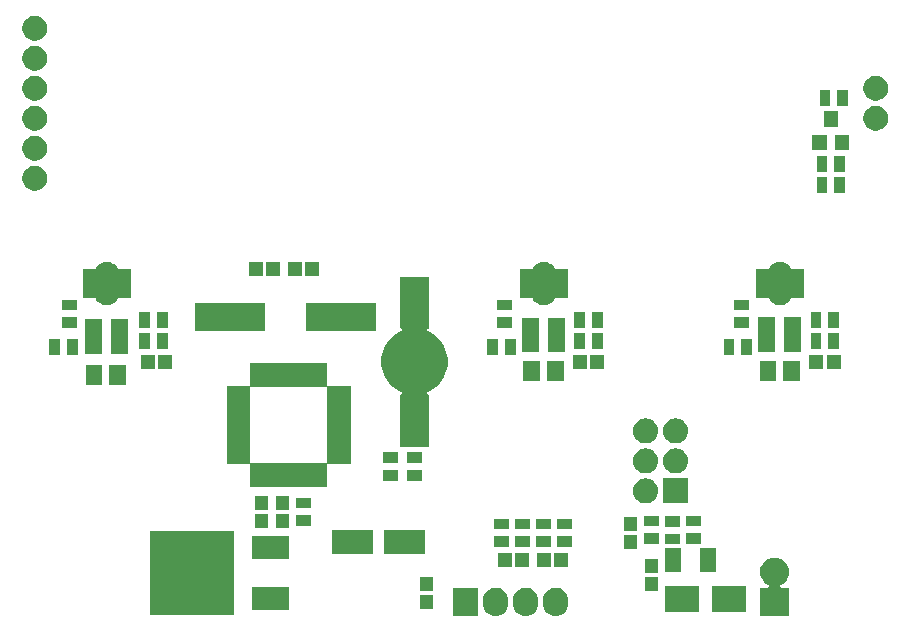
<source format=gts>
G04 #@! TF.GenerationSoftware,KiCad,Pcbnew,(6.0.0-rc1-dev-199-g6b039bc99)*
G04 #@! TF.CreationDate,2018-12-03T23:01:25+01:00*
G04 #@! TF.ProjectId,Ali-FM,416C692D464D2E6B696361645F706362,rev?*
G04 #@! TF.SameCoordinates,Original*
G04 #@! TF.FileFunction,Soldermask,Top*
G04 #@! TF.FilePolarity,Negative*
%FSLAX46Y46*%
G04 Gerber Fmt 4.6, Leading zero omitted, Abs format (unit mm)*
G04 Created by KiCad (PCBNEW (6.0.0-rc1-dev-199-g6b039bc99)) date Mon Dec  3 23:01:25 2018*
%MOMM*%
%LPD*%
G01*
G04 APERTURE LIST*
%ADD10C,0.100000*%
G04 APERTURE END LIST*
D10*
G36*
X47706502Y3740611D02*
X47906990Y3679793D01*
X48091759Y3581033D01*
X48091762Y3581031D01*
X48091763Y3581030D01*
X48253718Y3448118D01*
X48253719Y3448116D01*
X48253721Y3448115D01*
X48386631Y3286164D01*
X48485393Y3101391D01*
X48546211Y2900903D01*
X48561600Y2744651D01*
X48561600Y2335350D01*
X48546211Y2179098D01*
X48485393Y1978610D01*
X48386633Y1793841D01*
X48386631Y1793838D01*
X48386630Y1793837D01*
X48253718Y1631882D01*
X48253716Y1631881D01*
X48253715Y1631879D01*
X48091764Y1498969D01*
X47906991Y1400207D01*
X47706503Y1339389D01*
X47498000Y1318854D01*
X47289498Y1339389D01*
X47089010Y1400207D01*
X46904237Y1498969D01*
X46742283Y1631882D01*
X46609372Y1793835D01*
X46609370Y1793837D01*
X46510607Y1978609D01*
X46491289Y2042292D01*
X46449789Y2179097D01*
X46434400Y2335349D01*
X46434400Y2744650D01*
X46449789Y2900902D01*
X46510607Y3101390D01*
X46609367Y3286159D01*
X46742280Y3448115D01*
X46742282Y3448118D01*
X46742284Y3448119D01*
X46742285Y3448121D01*
X46904236Y3581031D01*
X47089009Y3679793D01*
X47289497Y3740611D01*
X47498000Y3761146D01*
X47706502Y3740611D01*
X47706502Y3740611D01*
G37*
G36*
X45166502Y3740611D02*
X45366990Y3679793D01*
X45551759Y3581033D01*
X45551762Y3581031D01*
X45551763Y3581030D01*
X45713718Y3448118D01*
X45713719Y3448116D01*
X45713721Y3448115D01*
X45846631Y3286164D01*
X45945393Y3101391D01*
X46006211Y2900903D01*
X46021600Y2744651D01*
X46021600Y2335350D01*
X46006211Y2179098D01*
X45945393Y1978610D01*
X45846633Y1793841D01*
X45846631Y1793838D01*
X45846630Y1793837D01*
X45713718Y1631882D01*
X45713716Y1631881D01*
X45713715Y1631879D01*
X45551764Y1498969D01*
X45366991Y1400207D01*
X45166503Y1339389D01*
X44958000Y1318854D01*
X44749498Y1339389D01*
X44549010Y1400207D01*
X44364237Y1498969D01*
X44202283Y1631882D01*
X44069372Y1793835D01*
X44069370Y1793837D01*
X43970607Y1978609D01*
X43951289Y2042292D01*
X43909789Y2179097D01*
X43894400Y2335349D01*
X43894400Y2744650D01*
X43909789Y2900902D01*
X43970607Y3101390D01*
X44069367Y3286159D01*
X44202280Y3448115D01*
X44202282Y3448118D01*
X44202284Y3448119D01*
X44202285Y3448121D01*
X44364236Y3581031D01*
X44549009Y3679793D01*
X44749497Y3740611D01*
X44958000Y3761146D01*
X45166502Y3740611D01*
X45166502Y3740611D01*
G37*
G36*
X42626502Y3740611D02*
X42826990Y3679793D01*
X43011759Y3581033D01*
X43011762Y3581031D01*
X43011763Y3581030D01*
X43173718Y3448118D01*
X43173719Y3448116D01*
X43173721Y3448115D01*
X43306631Y3286164D01*
X43405393Y3101391D01*
X43466211Y2900903D01*
X43481600Y2744651D01*
X43481600Y2335350D01*
X43466211Y2179098D01*
X43405393Y1978610D01*
X43306633Y1793841D01*
X43306631Y1793838D01*
X43306630Y1793837D01*
X43173718Y1631882D01*
X43173716Y1631881D01*
X43173715Y1631879D01*
X43011764Y1498969D01*
X42826991Y1400207D01*
X42626503Y1339389D01*
X42418000Y1318854D01*
X42209498Y1339389D01*
X42009010Y1400207D01*
X41824237Y1498969D01*
X41662283Y1631882D01*
X41529372Y1793835D01*
X41529370Y1793837D01*
X41430607Y1978609D01*
X41411289Y2042292D01*
X41369789Y2179097D01*
X41354400Y2335349D01*
X41354400Y2744650D01*
X41369789Y2900902D01*
X41430607Y3101390D01*
X41529367Y3286159D01*
X41662280Y3448115D01*
X41662282Y3448118D01*
X41662284Y3448119D01*
X41662285Y3448121D01*
X41824236Y3581031D01*
X42009009Y3679793D01*
X42209497Y3740611D01*
X42418000Y3761146D01*
X42626502Y3740611D01*
X42626502Y3740611D01*
G37*
G36*
X40941600Y1324000D02*
X38814400Y1324000D01*
X38814400Y3756000D01*
X40941600Y3756000D01*
X40941600Y1324000D01*
X40941600Y1324000D01*
G37*
G36*
X66159281Y6290135D02*
X66278378Y6278405D01*
X66431189Y6232050D01*
X66507595Y6208873D01*
X66564052Y6178696D01*
X66718842Y6095959D01*
X66904002Y5944002D01*
X67055959Y5758842D01*
X67138696Y5604052D01*
X67168873Y5547595D01*
X67168873Y5547594D01*
X67238405Y5318378D01*
X67261883Y5080000D01*
X67238405Y4841622D01*
X67192050Y4688811D01*
X67168873Y4612405D01*
X67138696Y4555948D01*
X67055959Y4401158D01*
X66904002Y4215998D01*
X66718842Y4064041D01*
X66582640Y3991240D01*
X66562266Y3977626D01*
X66544939Y3960299D01*
X66531325Y3939924D01*
X66521947Y3917285D01*
X66517167Y3893252D01*
X66517167Y3868748D01*
X66521948Y3844714D01*
X66531325Y3822075D01*
X66544939Y3801701D01*
X66562266Y3784374D01*
X66582641Y3770760D01*
X66605280Y3761382D01*
X66641565Y3756000D01*
X67256000Y3756000D01*
X67256000Y1324000D01*
X64824000Y1324000D01*
X64824000Y3756000D01*
X65438435Y3756000D01*
X65462821Y3758402D01*
X65486270Y3765515D01*
X65507881Y3777066D01*
X65526823Y3792612D01*
X65542369Y3811554D01*
X65553920Y3833165D01*
X65561033Y3856614D01*
X65563435Y3881000D01*
X65561033Y3905386D01*
X65553920Y3928835D01*
X65542369Y3950446D01*
X65526823Y3969388D01*
X65497360Y3991240D01*
X65361158Y4064041D01*
X65175998Y4215998D01*
X65024041Y4401158D01*
X64941304Y4555948D01*
X64911127Y4612405D01*
X64887950Y4688811D01*
X64841595Y4841622D01*
X64818117Y5080000D01*
X64841595Y5318378D01*
X64911127Y5547594D01*
X64911127Y5547595D01*
X64941304Y5604052D01*
X65024041Y5758842D01*
X65175998Y5944002D01*
X65361158Y6095959D01*
X65515948Y6178696D01*
X65572405Y6208873D01*
X65648811Y6232050D01*
X65801622Y6278405D01*
X65920719Y6290135D01*
X65980267Y6296000D01*
X66099733Y6296000D01*
X66159281Y6290135D01*
X66159281Y6290135D01*
G37*
G36*
X20280000Y1433800D02*
X13150000Y1433800D01*
X13150000Y8573800D01*
X20280000Y8573800D01*
X20280000Y1433800D01*
X20280000Y1433800D01*
G37*
G36*
X59648700Y1693570D02*
X56749340Y1693570D01*
X56749340Y3894430D01*
X59648700Y3894430D01*
X59648700Y1693570D01*
X59648700Y1693570D01*
G37*
G36*
X63646660Y1693570D02*
X60747300Y1693570D01*
X60747300Y3894430D01*
X63646660Y3894430D01*
X63646660Y1693570D01*
X63646660Y1693570D01*
G37*
G36*
X24940000Y1848800D02*
X21760000Y1848800D01*
X21760000Y3798800D01*
X24940000Y3798800D01*
X24940000Y1848800D01*
X24940000Y1848800D01*
G37*
G36*
X37151000Y1952000D02*
X36001000Y1952000D01*
X36001000Y3152000D01*
X37151000Y3152000D01*
X37151000Y1952000D01*
X37151000Y1952000D01*
G37*
G36*
X37151000Y3452000D02*
X36001000Y3452000D01*
X36001000Y4652000D01*
X37151000Y4652000D01*
X37151000Y3452000D01*
X37151000Y3452000D01*
G37*
G36*
X56201000Y3476000D02*
X55051000Y3476000D01*
X55051000Y4676000D01*
X56201000Y4676000D01*
X56201000Y3476000D01*
X56201000Y3476000D01*
G37*
G36*
X56201000Y4976000D02*
X55051000Y4976000D01*
X55051000Y6176000D01*
X56201000Y6176000D01*
X56201000Y4976000D01*
X56201000Y4976000D01*
G37*
G36*
X61128000Y5096000D02*
X59728000Y5096000D01*
X59728000Y7096000D01*
X61128000Y7096000D01*
X61128000Y5096000D01*
X61128000Y5096000D01*
G37*
G36*
X58128000Y5096000D02*
X56728000Y5096000D01*
X56728000Y7096000D01*
X58128000Y7096000D01*
X58128000Y5096000D01*
X58128000Y5096000D01*
G37*
G36*
X48594000Y5521000D02*
X47394000Y5521000D01*
X47394000Y6671000D01*
X48594000Y6671000D01*
X48594000Y5521000D01*
X48594000Y5521000D01*
G37*
G36*
X47094000Y5521000D02*
X45894000Y5521000D01*
X45894000Y6671000D01*
X47094000Y6671000D01*
X47094000Y5521000D01*
X47094000Y5521000D01*
G37*
G36*
X45292000Y5521000D02*
X44092000Y5521000D01*
X44092000Y6671000D01*
X45292000Y6671000D01*
X45292000Y5521000D01*
X45292000Y5521000D01*
G37*
G36*
X43792000Y5521000D02*
X42592000Y5521000D01*
X42592000Y6671000D01*
X43792000Y6671000D01*
X43792000Y5521000D01*
X43792000Y5521000D01*
G37*
G36*
X24940000Y6208800D02*
X21760000Y6208800D01*
X21760000Y8158800D01*
X24940000Y8158800D01*
X24940000Y6208800D01*
X24940000Y6208800D01*
G37*
G36*
X36412000Y6620000D02*
X33012000Y6620000D01*
X33012000Y8620000D01*
X36412000Y8620000D01*
X36412000Y6620000D01*
X36412000Y6620000D01*
G37*
G36*
X32012000Y6620000D02*
X28612000Y6620000D01*
X28612000Y8620000D01*
X32012000Y8620000D01*
X32012000Y6620000D01*
X32012000Y6620000D01*
G37*
G36*
X54423000Y7032000D02*
X53273000Y7032000D01*
X53273000Y8232000D01*
X54423000Y8232000D01*
X54423000Y7032000D01*
X54423000Y7032000D01*
G37*
G36*
X45354000Y7182000D02*
X44054000Y7182000D01*
X44054000Y8082000D01*
X45354000Y8082000D01*
X45354000Y7182000D01*
X45354000Y7182000D01*
G37*
G36*
X47132000Y7182000D02*
X45832000Y7182000D01*
X45832000Y8082000D01*
X47132000Y8082000D01*
X47132000Y7182000D01*
X47132000Y7182000D01*
G37*
G36*
X43576000Y7182000D02*
X42276000Y7182000D01*
X42276000Y8082000D01*
X43576000Y8082000D01*
X43576000Y7182000D01*
X43576000Y7182000D01*
G37*
G36*
X48910000Y7182000D02*
X47610000Y7182000D01*
X47610000Y8082000D01*
X48910000Y8082000D01*
X48910000Y7182000D01*
X48910000Y7182000D01*
G37*
G36*
X58054000Y7424000D02*
X56754000Y7424000D01*
X56754000Y8324000D01*
X58054000Y8324000D01*
X58054000Y7424000D01*
X58054000Y7424000D01*
G37*
G36*
X59832000Y7436000D02*
X58532000Y7436000D01*
X58532000Y8336000D01*
X59832000Y8336000D01*
X59832000Y7436000D01*
X59832000Y7436000D01*
G37*
G36*
X56276000Y7436000D02*
X54976000Y7436000D01*
X54976000Y8336000D01*
X56276000Y8336000D01*
X56276000Y7436000D01*
X56276000Y7436000D01*
G37*
G36*
X54423000Y8532000D02*
X53273000Y8532000D01*
X53273000Y9732000D01*
X54423000Y9732000D01*
X54423000Y8532000D01*
X54423000Y8532000D01*
G37*
G36*
X43576000Y8682000D02*
X42276000Y8682000D01*
X42276000Y9582000D01*
X43576000Y9582000D01*
X43576000Y8682000D01*
X43576000Y8682000D01*
G37*
G36*
X45354000Y8682000D02*
X44054000Y8682000D01*
X44054000Y9582000D01*
X45354000Y9582000D01*
X45354000Y8682000D01*
X45354000Y8682000D01*
G37*
G36*
X48910000Y8682000D02*
X47610000Y8682000D01*
X47610000Y9582000D01*
X48910000Y9582000D01*
X48910000Y8682000D01*
X48910000Y8682000D01*
G37*
G36*
X47132000Y8682000D02*
X45832000Y8682000D01*
X45832000Y9582000D01*
X47132000Y9582000D01*
X47132000Y8682000D01*
X47132000Y8682000D01*
G37*
G36*
X23181000Y8810000D02*
X22031000Y8810000D01*
X22031000Y10010000D01*
X23181000Y10010000D01*
X23181000Y8810000D01*
X23181000Y8810000D01*
G37*
G36*
X24959000Y8810000D02*
X23809000Y8810000D01*
X23809000Y10010000D01*
X24959000Y10010000D01*
X24959000Y8810000D01*
X24959000Y8810000D01*
G37*
G36*
X58054000Y8924000D02*
X56754000Y8924000D01*
X56754000Y9824000D01*
X58054000Y9824000D01*
X58054000Y8924000D01*
X58054000Y8924000D01*
G37*
G36*
X59832000Y8936000D02*
X58532000Y8936000D01*
X58532000Y9836000D01*
X59832000Y9836000D01*
X59832000Y8936000D01*
X59832000Y8936000D01*
G37*
G36*
X56276000Y8936000D02*
X54976000Y8936000D01*
X54976000Y9836000D01*
X56276000Y9836000D01*
X56276000Y8936000D01*
X56276000Y8936000D01*
G37*
G36*
X26812000Y8960000D02*
X25512000Y8960000D01*
X25512000Y9860000D01*
X26812000Y9860000D01*
X26812000Y8960000D01*
X26812000Y8960000D01*
G37*
G36*
X23181000Y10310000D02*
X22031000Y10310000D01*
X22031000Y11510000D01*
X23181000Y11510000D01*
X23181000Y10310000D01*
X23181000Y10310000D01*
G37*
G36*
X24959000Y10310000D02*
X23809000Y10310000D01*
X23809000Y11510000D01*
X24959000Y11510000D01*
X24959000Y10310000D01*
X24959000Y10310000D01*
G37*
G36*
X26812000Y10460000D02*
X25512000Y10460000D01*
X25512000Y11360000D01*
X26812000Y11360000D01*
X26812000Y10460000D01*
X26812000Y10460000D01*
G37*
G36*
X55326503Y12986211D02*
X55526991Y12925393D01*
X55711764Y12826631D01*
X55873718Y12693718D01*
X56006631Y12531764D01*
X56105393Y12346991D01*
X56166211Y12146503D01*
X56186746Y11938000D01*
X56166211Y11729497D01*
X56105393Y11529009D01*
X56006631Y11344236D01*
X55873718Y11182282D01*
X55711764Y11049369D01*
X55526991Y10950607D01*
X55326503Y10889789D01*
X55170251Y10874400D01*
X55065749Y10874400D01*
X54909497Y10889789D01*
X54709009Y10950607D01*
X54524236Y11049369D01*
X54362282Y11182282D01*
X54229369Y11344236D01*
X54130607Y11529009D01*
X54069789Y11729497D01*
X54049254Y11938000D01*
X54069789Y12146503D01*
X54130607Y12346991D01*
X54229369Y12531764D01*
X54362282Y12693718D01*
X54524236Y12826631D01*
X54709009Y12925393D01*
X54909497Y12986211D01*
X55065749Y13001600D01*
X55170251Y13001600D01*
X55326503Y12986211D01*
X55326503Y12986211D01*
G37*
G36*
X58721600Y10874400D02*
X56594400Y10874400D01*
X56594400Y13001600D01*
X58721600Y13001600D01*
X58721600Y10874400D01*
X58721600Y10874400D01*
G37*
G36*
X28167000Y20926000D02*
X28169402Y20901614D01*
X28176515Y20878165D01*
X28188066Y20856554D01*
X28203612Y20837612D01*
X28222554Y20822066D01*
X28244165Y20810515D01*
X28267614Y20803402D01*
X28292000Y20801000D01*
X30142000Y20801000D01*
X30142000Y14251000D01*
X28292000Y14251000D01*
X28267614Y14248598D01*
X28244165Y14241485D01*
X28222554Y14229934D01*
X28203612Y14214388D01*
X28188066Y14195446D01*
X28176515Y14173835D01*
X28169402Y14150386D01*
X28167000Y14126000D01*
X28167000Y12276000D01*
X21617000Y12276000D01*
X21617000Y14126000D01*
X21614598Y14150386D01*
X21607485Y14173835D01*
X21595934Y14195446D01*
X21580388Y14214388D01*
X21561446Y14229934D01*
X21539835Y14241485D01*
X21516386Y14248598D01*
X21492000Y14251000D01*
X19642000Y14251000D01*
X19642000Y20651000D01*
X21642000Y20651000D01*
X21642000Y14401000D01*
X21644402Y14376614D01*
X21651515Y14353165D01*
X21663066Y14331554D01*
X21678612Y14312612D01*
X21697554Y14297066D01*
X21719165Y14285515D01*
X21742614Y14278402D01*
X21767000Y14276000D01*
X28017000Y14276000D01*
X28041386Y14278402D01*
X28064835Y14285515D01*
X28086446Y14297066D01*
X28105388Y14312612D01*
X28120934Y14331554D01*
X28132485Y14353165D01*
X28139598Y14376614D01*
X28142000Y14401000D01*
X28142000Y20651000D01*
X28139598Y20675386D01*
X28132485Y20698835D01*
X28120934Y20720446D01*
X28105388Y20739388D01*
X28086446Y20754934D01*
X28064835Y20766485D01*
X28041386Y20773598D01*
X28017000Y20776000D01*
X21767000Y20776000D01*
X21742614Y20773598D01*
X21719165Y20766485D01*
X21697554Y20754934D01*
X21678612Y20739388D01*
X21663066Y20720446D01*
X21651515Y20698835D01*
X21644402Y20675386D01*
X21642000Y20651000D01*
X19642000Y20651000D01*
X19642000Y20801000D01*
X21492000Y20801000D01*
X21516386Y20803402D01*
X21539835Y20810515D01*
X21561446Y20822066D01*
X21580388Y20837612D01*
X21595934Y20856554D01*
X21607485Y20878165D01*
X21614598Y20901614D01*
X21617000Y20926000D01*
X21617000Y22776000D01*
X28167000Y22776000D01*
X28167000Y20926000D01*
X28167000Y20926000D01*
G37*
G36*
X36210000Y12802000D02*
X34910000Y12802000D01*
X34910000Y13702000D01*
X36210000Y13702000D01*
X36210000Y12802000D01*
X36210000Y12802000D01*
G37*
G36*
X34178000Y12802000D02*
X32878000Y12802000D01*
X32878000Y13702000D01*
X34178000Y13702000D01*
X34178000Y12802000D01*
X34178000Y12802000D01*
G37*
G36*
X57866503Y15526211D02*
X58066991Y15465393D01*
X58251764Y15366631D01*
X58413718Y15233718D01*
X58546631Y15071764D01*
X58645393Y14886991D01*
X58706211Y14686503D01*
X58726746Y14478000D01*
X58706211Y14269497D01*
X58645393Y14069009D01*
X58546631Y13884236D01*
X58413718Y13722282D01*
X58251764Y13589369D01*
X58066991Y13490607D01*
X57866503Y13429789D01*
X57710251Y13414400D01*
X57605749Y13414400D01*
X57449497Y13429789D01*
X57249009Y13490607D01*
X57064236Y13589369D01*
X56902282Y13722282D01*
X56769369Y13884236D01*
X56670607Y14069009D01*
X56609789Y14269497D01*
X56589254Y14478000D01*
X56609789Y14686503D01*
X56670607Y14886991D01*
X56769369Y15071764D01*
X56902282Y15233718D01*
X57064236Y15366631D01*
X57249009Y15465393D01*
X57449497Y15526211D01*
X57605749Y15541600D01*
X57710251Y15541600D01*
X57866503Y15526211D01*
X57866503Y15526211D01*
G37*
G36*
X55326503Y15526211D02*
X55526991Y15465393D01*
X55711764Y15366631D01*
X55873718Y15233718D01*
X56006631Y15071764D01*
X56105393Y14886991D01*
X56166211Y14686503D01*
X56186746Y14478000D01*
X56166211Y14269497D01*
X56105393Y14069009D01*
X56006631Y13884236D01*
X55873718Y13722282D01*
X55711764Y13589369D01*
X55526991Y13490607D01*
X55326503Y13429789D01*
X55170251Y13414400D01*
X55065749Y13414400D01*
X54909497Y13429789D01*
X54709009Y13490607D01*
X54524236Y13589369D01*
X54362282Y13722282D01*
X54229369Y13884236D01*
X54130607Y14069009D01*
X54069789Y14269497D01*
X54049254Y14478000D01*
X54069789Y14686503D01*
X54130607Y14886991D01*
X54229369Y15071764D01*
X54362282Y15233718D01*
X54524236Y15366631D01*
X54709009Y15465393D01*
X54909497Y15526211D01*
X55065749Y15541600D01*
X55170251Y15541600D01*
X55326503Y15526211D01*
X55326503Y15526211D01*
G37*
G36*
X36210000Y14302000D02*
X34910000Y14302000D01*
X34910000Y15202000D01*
X36210000Y15202000D01*
X36210000Y14302000D01*
X36210000Y14302000D01*
G37*
G36*
X34178000Y14302000D02*
X32878000Y14302000D01*
X32878000Y15202000D01*
X34178000Y15202000D01*
X34178000Y14302000D01*
X34178000Y14302000D01*
G37*
G36*
X36760000Y25692000D02*
X36745373Y25692000D01*
X36720987Y25689598D01*
X36697538Y25682485D01*
X36675927Y25670934D01*
X36656985Y25655388D01*
X36641439Y25636446D01*
X36629888Y25614835D01*
X36622775Y25591386D01*
X36620373Y25567000D01*
X36622775Y25542614D01*
X36629888Y25519165D01*
X36641439Y25497554D01*
X36656985Y25478612D01*
X36675927Y25463066D01*
X36697538Y25451515D01*
X36886296Y25373329D01*
X37344899Y25066900D01*
X37734900Y24676899D01*
X38041329Y24218296D01*
X38135892Y23990000D01*
X38252398Y23708730D01*
X38360000Y23167776D01*
X38360000Y22616224D01*
X38294514Y22287000D01*
X38252398Y22075271D01*
X38041329Y21565704D01*
X37734900Y21107101D01*
X37344899Y20717100D01*
X36886296Y20410671D01*
X36697538Y20332485D01*
X36675927Y20320934D01*
X36656985Y20305388D01*
X36641439Y20286446D01*
X36629888Y20264836D01*
X36622775Y20241386D01*
X36620373Y20217000D01*
X36622775Y20192614D01*
X36629888Y20169165D01*
X36641439Y20147554D01*
X36656985Y20128612D01*
X36675927Y20113066D01*
X36697537Y20101515D01*
X36720987Y20094402D01*
X36745373Y20092000D01*
X36760000Y20092000D01*
X36760000Y15692000D01*
X34360000Y15692000D01*
X34360000Y20092000D01*
X34374627Y20092000D01*
X34399013Y20094402D01*
X34422462Y20101515D01*
X34444073Y20113066D01*
X34463015Y20128612D01*
X34478561Y20147554D01*
X34490112Y20169165D01*
X34497225Y20192614D01*
X34499627Y20217000D01*
X34497225Y20241386D01*
X34490112Y20264835D01*
X34478561Y20286446D01*
X34463015Y20305388D01*
X34444073Y20320934D01*
X34422462Y20332485D01*
X34233704Y20410671D01*
X33775101Y20717100D01*
X33385100Y21107101D01*
X33078671Y21565704D01*
X32867602Y22075271D01*
X32825487Y22287000D01*
X32760000Y22616224D01*
X32760000Y23167776D01*
X32867602Y23708730D01*
X32984108Y23990000D01*
X33078671Y24218296D01*
X33385100Y24676899D01*
X33775101Y25066900D01*
X34233704Y25373329D01*
X34422462Y25451515D01*
X34444073Y25463066D01*
X34463015Y25478612D01*
X34478561Y25497554D01*
X34490112Y25519164D01*
X34497225Y25542614D01*
X34499627Y25567000D01*
X34497225Y25591386D01*
X34490112Y25614835D01*
X34478561Y25636446D01*
X34463015Y25655388D01*
X34444073Y25670934D01*
X34422463Y25682485D01*
X34399013Y25689598D01*
X34374627Y25692000D01*
X34360000Y25692000D01*
X34360000Y30092000D01*
X36760000Y30092000D01*
X36760000Y25692000D01*
X36760000Y25692000D01*
G37*
G36*
X55326503Y18066211D02*
X55526991Y18005393D01*
X55711764Y17906631D01*
X55873718Y17773718D01*
X56006631Y17611764D01*
X56105393Y17426991D01*
X56166211Y17226503D01*
X56186746Y17018000D01*
X56166211Y16809497D01*
X56105393Y16609009D01*
X56006631Y16424236D01*
X55873718Y16262282D01*
X55711764Y16129369D01*
X55526991Y16030607D01*
X55326503Y15969789D01*
X55170251Y15954400D01*
X55065749Y15954400D01*
X54909497Y15969789D01*
X54709009Y16030607D01*
X54524236Y16129369D01*
X54362282Y16262282D01*
X54229369Y16424236D01*
X54130607Y16609009D01*
X54069789Y16809497D01*
X54049254Y17018000D01*
X54069789Y17226503D01*
X54130607Y17426991D01*
X54229369Y17611764D01*
X54362282Y17773718D01*
X54524236Y17906631D01*
X54709009Y18005393D01*
X54909497Y18066211D01*
X55065749Y18081600D01*
X55170251Y18081600D01*
X55326503Y18066211D01*
X55326503Y18066211D01*
G37*
G36*
X57866503Y18066211D02*
X58066991Y18005393D01*
X58251764Y17906631D01*
X58413718Y17773718D01*
X58546631Y17611764D01*
X58645393Y17426991D01*
X58706211Y17226503D01*
X58726746Y17018000D01*
X58706211Y16809497D01*
X58645393Y16609009D01*
X58546631Y16424236D01*
X58413718Y16262282D01*
X58251764Y16129369D01*
X58066991Y16030607D01*
X57866503Y15969789D01*
X57710251Y15954400D01*
X57605749Y15954400D01*
X57449497Y15969789D01*
X57249009Y16030607D01*
X57064236Y16129369D01*
X56902282Y16262282D01*
X56769369Y16424236D01*
X56670607Y16609009D01*
X56609789Y16809497D01*
X56589254Y17018000D01*
X56609789Y17226503D01*
X56670607Y17426991D01*
X56769369Y17611764D01*
X56902282Y17773718D01*
X57064236Y17906631D01*
X57249009Y18005393D01*
X57449497Y18066211D01*
X57605749Y18081600D01*
X57710251Y18081600D01*
X57866503Y18066211D01*
X57866503Y18066211D01*
G37*
G36*
X9111001Y20911999D02*
X7711001Y20911999D01*
X7711001Y22561999D01*
X9111001Y22561999D01*
X9111001Y20911999D01*
X9111001Y20911999D01*
G37*
G36*
X11111001Y20911999D02*
X9711001Y20911999D01*
X9711001Y22561999D01*
X11111001Y22561999D01*
X11111001Y20911999D01*
X11111001Y20911999D01*
G37*
G36*
X48182000Y21273000D02*
X46782000Y21273000D01*
X46782000Y22923000D01*
X48182000Y22923000D01*
X48182000Y21273000D01*
X48182000Y21273000D01*
G37*
G36*
X46182000Y21273000D02*
X44782000Y21273000D01*
X44782000Y22923000D01*
X46182000Y22923000D01*
X46182000Y21273000D01*
X46182000Y21273000D01*
G37*
G36*
X68184000Y21275000D02*
X66784000Y21275000D01*
X66784000Y22925000D01*
X68184000Y22925000D01*
X68184000Y21275000D01*
X68184000Y21275000D01*
G37*
G36*
X66184000Y21275000D02*
X64784000Y21275000D01*
X64784000Y22925000D01*
X66184000Y22925000D01*
X66184000Y21275000D01*
X66184000Y21275000D01*
G37*
G36*
X15066000Y22285000D02*
X13866000Y22285000D01*
X13866000Y23435000D01*
X15066000Y23435000D01*
X15066000Y22285000D01*
X15066000Y22285000D01*
G37*
G36*
X51642000Y22285000D02*
X50442000Y22285000D01*
X50442000Y23435000D01*
X51642000Y23435000D01*
X51642000Y22285000D01*
X51642000Y22285000D01*
G37*
G36*
X13566000Y22285000D02*
X12366000Y22285000D01*
X12366000Y23435000D01*
X13566000Y23435000D01*
X13566000Y22285000D01*
X13566000Y22285000D01*
G37*
G36*
X50142000Y22285000D02*
X48942000Y22285000D01*
X48942000Y23435000D01*
X50142000Y23435000D01*
X50142000Y22285000D01*
X50142000Y22285000D01*
G37*
G36*
X70144000Y22287000D02*
X68944000Y22287000D01*
X68944000Y23437000D01*
X70144000Y23437000D01*
X70144000Y22287000D01*
X70144000Y22287000D01*
G37*
G36*
X71644000Y22287000D02*
X70444000Y22287000D01*
X70444000Y23437000D01*
X71644000Y23437000D01*
X71644000Y22287000D01*
X71644000Y22287000D01*
G37*
G36*
X5542000Y23480000D02*
X4642000Y23480000D01*
X4642000Y24780000D01*
X5542000Y24780000D01*
X5542000Y23480000D01*
X5542000Y23480000D01*
G37*
G36*
X7042000Y23480000D02*
X6142000Y23480000D01*
X6142000Y24780000D01*
X7042000Y24780000D01*
X7042000Y23480000D01*
X7042000Y23480000D01*
G37*
G36*
X42626000Y23480000D02*
X41726000Y23480000D01*
X41726000Y24780000D01*
X42626000Y24780000D01*
X42626000Y23480000D01*
X42626000Y23480000D01*
G37*
G36*
X44126000Y23480000D02*
X43226000Y23480000D01*
X43226000Y24780000D01*
X44126000Y24780000D01*
X44126000Y23480000D01*
X44126000Y23480000D01*
G37*
G36*
X64128000Y23482000D02*
X63228000Y23482000D01*
X63228000Y24782000D01*
X64128000Y24782000D01*
X64128000Y23482000D01*
X64128000Y23482000D01*
G37*
G36*
X62628000Y23482000D02*
X61728000Y23482000D01*
X61728000Y24782000D01*
X62628000Y24782000D01*
X62628000Y23482000D01*
X62628000Y23482000D01*
G37*
G36*
X9141001Y23561999D02*
X7681001Y23561999D01*
X7681001Y26511999D01*
X9141001Y26511999D01*
X9141001Y23561999D01*
X9141001Y23561999D01*
G37*
G36*
X11341001Y23561999D02*
X9881001Y23561999D01*
X9881001Y26511999D01*
X11341001Y26511999D01*
X11341001Y23561999D01*
X11341001Y23561999D01*
G37*
G36*
X48312000Y23671000D02*
X46852000Y23671000D01*
X46852000Y26621000D01*
X48312000Y26621000D01*
X48312000Y23671000D01*
X48312000Y23671000D01*
G37*
G36*
X46112000Y23671000D02*
X44652000Y23671000D01*
X44652000Y26621000D01*
X46112000Y26621000D01*
X46112000Y23671000D01*
X46112000Y23671000D01*
G37*
G36*
X68314000Y23673000D02*
X66854000Y23673000D01*
X66854000Y26623000D01*
X68314000Y26623000D01*
X68314000Y23673000D01*
X68314000Y23673000D01*
G37*
G36*
X66114000Y23673000D02*
X64654000Y23673000D01*
X64654000Y26623000D01*
X66114000Y26623000D01*
X66114000Y23673000D01*
X66114000Y23673000D01*
G37*
G36*
X14662000Y23988000D02*
X13762000Y23988000D01*
X13762000Y25288000D01*
X14662000Y25288000D01*
X14662000Y23988000D01*
X14662000Y23988000D01*
G37*
G36*
X13162000Y23988000D02*
X12262000Y23988000D01*
X12262000Y25288000D01*
X13162000Y25288000D01*
X13162000Y23988000D01*
X13162000Y23988000D01*
G37*
G36*
X51492000Y23988000D02*
X50592000Y23988000D01*
X50592000Y25288000D01*
X51492000Y25288000D01*
X51492000Y23988000D01*
X51492000Y23988000D01*
G37*
G36*
X49992000Y23988000D02*
X49092000Y23988000D01*
X49092000Y25288000D01*
X49992000Y25288000D01*
X49992000Y23988000D01*
X49992000Y23988000D01*
G37*
G36*
X71494000Y23990000D02*
X70594000Y23990000D01*
X70594000Y25290000D01*
X71494000Y25290000D01*
X71494000Y23990000D01*
X71494000Y23990000D01*
G37*
G36*
X69994000Y23990000D02*
X69094000Y23990000D01*
X69094000Y25290000D01*
X69994000Y25290000D01*
X69994000Y23990000D01*
X69994000Y23990000D01*
G37*
G36*
X32286550Y25470510D02*
X26387450Y25470510D01*
X26387450Y27869490D01*
X32286550Y27869490D01*
X32286550Y25470510D01*
X32286550Y25470510D01*
G37*
G36*
X22888550Y25470510D02*
X16989450Y25470510D01*
X16989450Y27869490D01*
X22888550Y27869490D01*
X22888550Y25470510D01*
X22888550Y25470510D01*
G37*
G36*
X7000000Y25724000D02*
X5700000Y25724000D01*
X5700000Y26624000D01*
X7000000Y26624000D01*
X7000000Y25724000D01*
X7000000Y25724000D01*
G37*
G36*
X43830000Y25724000D02*
X42530000Y25724000D01*
X42530000Y26624000D01*
X43830000Y26624000D01*
X43830000Y25724000D01*
X43830000Y25724000D01*
G37*
G36*
X63896000Y25724000D02*
X62596000Y25724000D01*
X62596000Y26624000D01*
X63896000Y26624000D01*
X63896000Y25724000D01*
X63896000Y25724000D01*
G37*
G36*
X50004000Y25766000D02*
X49104000Y25766000D01*
X49104000Y27066000D01*
X50004000Y27066000D01*
X50004000Y25766000D01*
X50004000Y25766000D01*
G37*
G36*
X13162000Y25766000D02*
X12262000Y25766000D01*
X12262000Y27066000D01*
X13162000Y27066000D01*
X13162000Y25766000D01*
X13162000Y25766000D01*
G37*
G36*
X14662000Y25766000D02*
X13762000Y25766000D01*
X13762000Y27066000D01*
X14662000Y27066000D01*
X14662000Y25766000D01*
X14662000Y25766000D01*
G37*
G36*
X51504000Y25766000D02*
X50604000Y25766000D01*
X50604000Y27066000D01*
X51504000Y27066000D01*
X51504000Y25766000D01*
X51504000Y25766000D01*
G37*
G36*
X69994000Y25768000D02*
X69094000Y25768000D01*
X69094000Y27068000D01*
X69994000Y27068000D01*
X69994000Y25768000D01*
X69994000Y25768000D01*
G37*
G36*
X71494000Y25768000D02*
X70594000Y25768000D01*
X70594000Y27068000D01*
X71494000Y27068000D01*
X71494000Y25768000D01*
X71494000Y25768000D01*
G37*
G36*
X43830000Y27224000D02*
X42530000Y27224000D01*
X42530000Y28124000D01*
X43830000Y28124000D01*
X43830000Y27224000D01*
X43830000Y27224000D01*
G37*
G36*
X7000000Y27224000D02*
X5700000Y27224000D01*
X5700000Y28124000D01*
X7000000Y28124000D01*
X7000000Y27224000D01*
X7000000Y27224000D01*
G37*
G36*
X63896000Y27224000D02*
X62596000Y27224000D01*
X62596000Y28124000D01*
X63896000Y28124000D01*
X63896000Y27224000D01*
X63896000Y27224000D01*
G37*
G36*
X46705836Y31334807D02*
X46837787Y31294780D01*
X46903763Y31274767D01*
X47086172Y31177267D01*
X47246054Y31046054D01*
X47377267Y30886172D01*
X47441460Y30766075D01*
X47455074Y30745701D01*
X47472401Y30728374D01*
X47492776Y30714760D01*
X47515415Y30705382D01*
X47551700Y30700000D01*
X48550000Y30700000D01*
X48550000Y28300000D01*
X47551700Y28300000D01*
X47527314Y28297598D01*
X47503865Y28290485D01*
X47482254Y28278934D01*
X47463312Y28263388D01*
X47441460Y28233925D01*
X47377267Y28113828D01*
X47249337Y27957946D01*
X47246054Y27953946D01*
X47086171Y27822733D01*
X46967300Y27759195D01*
X46903762Y27725233D01*
X46837786Y27705220D01*
X46705835Y27665193D01*
X46500000Y27644920D01*
X46294164Y27665193D01*
X46162213Y27705220D01*
X46096237Y27725233D01*
X45913828Y27822733D01*
X45753946Y27953946D01*
X45622733Y28113829D01*
X45558540Y28233925D01*
X45544926Y28254300D01*
X45527599Y28271627D01*
X45507224Y28285240D01*
X45484585Y28294618D01*
X45448300Y28300000D01*
X44450000Y28300000D01*
X44450000Y30700000D01*
X45448301Y30700000D01*
X45472687Y30702402D01*
X45496136Y30709515D01*
X45517747Y30721066D01*
X45536689Y30736612D01*
X45558541Y30766075D01*
X45622734Y30886172D01*
X45753947Y31046054D01*
X45913829Y31177267D01*
X46096238Y31274767D01*
X46162214Y31294780D01*
X46294165Y31334807D01*
X46500000Y31355080D01*
X46705836Y31334807D01*
X46705836Y31334807D01*
G37*
G36*
X9705836Y31334807D02*
X9837787Y31294780D01*
X9903763Y31274767D01*
X10086172Y31177267D01*
X10246054Y31046054D01*
X10377267Y30886172D01*
X10441460Y30766075D01*
X10455074Y30745701D01*
X10472401Y30728374D01*
X10492776Y30714760D01*
X10515415Y30705382D01*
X10551700Y30700000D01*
X11550000Y30700000D01*
X11550000Y28300000D01*
X10551700Y28300000D01*
X10527314Y28297598D01*
X10503865Y28290485D01*
X10482254Y28278934D01*
X10463312Y28263388D01*
X10441460Y28233925D01*
X10377267Y28113828D01*
X10249337Y27957946D01*
X10246054Y27953946D01*
X10086171Y27822733D01*
X9967300Y27759195D01*
X9903762Y27725233D01*
X9837786Y27705220D01*
X9705835Y27665193D01*
X9500000Y27644920D01*
X9294164Y27665193D01*
X9162213Y27705220D01*
X9096237Y27725233D01*
X8913828Y27822733D01*
X8753946Y27953946D01*
X8622733Y28113829D01*
X8558540Y28233925D01*
X8544926Y28254300D01*
X8527599Y28271627D01*
X8507224Y28285240D01*
X8484585Y28294618D01*
X8448300Y28300000D01*
X7450000Y28300000D01*
X7450000Y30700000D01*
X8448301Y30700000D01*
X8472687Y30702402D01*
X8496136Y30709515D01*
X8517747Y30721066D01*
X8536689Y30736612D01*
X8558541Y30766075D01*
X8622734Y30886172D01*
X8753947Y31046054D01*
X8913829Y31177267D01*
X9096238Y31274767D01*
X9162214Y31294780D01*
X9294165Y31334807D01*
X9500000Y31355080D01*
X9705836Y31334807D01*
X9705836Y31334807D01*
G37*
G36*
X66705836Y31338807D02*
X66837787Y31298780D01*
X66903763Y31278767D01*
X67086172Y31181267D01*
X67246054Y31050054D01*
X67377267Y30890172D01*
X67441460Y30770075D01*
X67455074Y30749701D01*
X67472401Y30732374D01*
X67492776Y30718760D01*
X67515415Y30709382D01*
X67551700Y30704000D01*
X68550000Y30704000D01*
X68550000Y28304000D01*
X67551700Y28304000D01*
X67527314Y28301598D01*
X67503865Y28294485D01*
X67482254Y28282934D01*
X67463312Y28267388D01*
X67441460Y28237925D01*
X67377267Y28117828D01*
X67246054Y27957946D01*
X67086171Y27826733D01*
X66967300Y27763195D01*
X66903762Y27729233D01*
X66837786Y27709220D01*
X66705835Y27669193D01*
X66500000Y27648920D01*
X66294164Y27669193D01*
X66162213Y27709220D01*
X66096237Y27729233D01*
X65913828Y27826733D01*
X65753946Y27957946D01*
X65622733Y28117829D01*
X65558540Y28237925D01*
X65544926Y28258300D01*
X65527599Y28275627D01*
X65507224Y28289240D01*
X65484585Y28298618D01*
X65448300Y28304000D01*
X64450000Y28304000D01*
X64450000Y30704000D01*
X65448301Y30704000D01*
X65472687Y30706402D01*
X65496136Y30713515D01*
X65517747Y30725066D01*
X65536689Y30740612D01*
X65558541Y30770075D01*
X65622734Y30890172D01*
X65753947Y31050054D01*
X65913829Y31181267D01*
X66096238Y31278767D01*
X66162214Y31298780D01*
X66294165Y31338807D01*
X66500000Y31359080D01*
X66705836Y31338807D01*
X66705836Y31338807D01*
G37*
G36*
X26012000Y30159000D02*
X24812000Y30159000D01*
X24812000Y31309000D01*
X26012000Y31309000D01*
X26012000Y30159000D01*
X26012000Y30159000D01*
G37*
G36*
X27512000Y30159000D02*
X26312000Y30159000D01*
X26312000Y31309000D01*
X27512000Y31309000D01*
X27512000Y30159000D01*
X27512000Y30159000D01*
G37*
G36*
X24210000Y30159000D02*
X23010000Y30159000D01*
X23010000Y31309000D01*
X24210000Y31309000D01*
X24210000Y30159000D01*
X24210000Y30159000D01*
G37*
G36*
X22710000Y30159000D02*
X21510000Y30159000D01*
X21510000Y31309000D01*
X22710000Y31309000D01*
X22710000Y30159000D01*
X22710000Y30159000D01*
G37*
G36*
X72002000Y37198000D02*
X71102000Y37198000D01*
X71102000Y38498000D01*
X72002000Y38498000D01*
X72002000Y37198000D01*
X72002000Y37198000D01*
G37*
G36*
X70502000Y37198000D02*
X69602000Y37198000D01*
X69602000Y38498000D01*
X70502000Y38498000D01*
X70502000Y37198000D01*
X70502000Y37198000D01*
G37*
G36*
X3525888Y39455530D02*
X3706274Y39419650D01*
X3897362Y39340498D01*
X4069336Y39225589D01*
X4215589Y39079336D01*
X4330498Y38907362D01*
X4409650Y38716274D01*
X4450000Y38513416D01*
X4450000Y38306584D01*
X4409650Y38103726D01*
X4330498Y37912638D01*
X4215589Y37740664D01*
X4069336Y37594411D01*
X3897362Y37479502D01*
X3706274Y37400350D01*
X3525888Y37364470D01*
X3503417Y37360000D01*
X3296583Y37360000D01*
X3274112Y37364470D01*
X3093726Y37400350D01*
X2902638Y37479502D01*
X2730664Y37594411D01*
X2584411Y37740664D01*
X2469502Y37912638D01*
X2390350Y38103726D01*
X2350000Y38306584D01*
X2350000Y38513416D01*
X2390350Y38716274D01*
X2469502Y38907362D01*
X2584411Y39079336D01*
X2730664Y39225589D01*
X2902638Y39340498D01*
X3093726Y39419650D01*
X3274112Y39455530D01*
X3296583Y39460000D01*
X3503417Y39460000D01*
X3525888Y39455530D01*
X3525888Y39455530D01*
G37*
G36*
X70502000Y38976000D02*
X69602000Y38976000D01*
X69602000Y40276000D01*
X70502000Y40276000D01*
X70502000Y38976000D01*
X70502000Y38976000D01*
G37*
G36*
X72002000Y38976000D02*
X71102000Y38976000D01*
X71102000Y40276000D01*
X72002000Y40276000D01*
X72002000Y38976000D01*
X72002000Y38976000D01*
G37*
G36*
X3525888Y41995530D02*
X3706274Y41959650D01*
X3897362Y41880498D01*
X4069336Y41765589D01*
X4215589Y41619336D01*
X4330498Y41447362D01*
X4409650Y41256274D01*
X4450000Y41053416D01*
X4450000Y40846584D01*
X4409650Y40643726D01*
X4330498Y40452638D01*
X4215589Y40280664D01*
X4069336Y40134411D01*
X3897362Y40019502D01*
X3706274Y39940350D01*
X3525888Y39904470D01*
X3503417Y39900000D01*
X3296583Y39900000D01*
X3274112Y39904470D01*
X3093726Y39940350D01*
X2902638Y40019502D01*
X2730664Y40134411D01*
X2584411Y40280664D01*
X2469502Y40452638D01*
X2390350Y40643726D01*
X2350000Y40846584D01*
X2350000Y41053416D01*
X2390350Y41256274D01*
X2469502Y41447362D01*
X2584411Y41619336D01*
X2730664Y41765589D01*
X2902638Y41880498D01*
X3093726Y41959650D01*
X3274112Y41995530D01*
X3296583Y42000000D01*
X3503417Y42000000D01*
X3525888Y41995530D01*
X3525888Y41995530D01*
G37*
G36*
X70452000Y40770000D02*
X69252000Y40770000D01*
X69252000Y42070000D01*
X70452000Y42070000D01*
X70452000Y40770000D01*
X70452000Y40770000D01*
G37*
G36*
X72352000Y40770000D02*
X71152000Y40770000D01*
X71152000Y42070000D01*
X72352000Y42070000D01*
X72352000Y40770000D01*
X72352000Y40770000D01*
G37*
G36*
X3525888Y44535530D02*
X3706274Y44499650D01*
X3897362Y44420498D01*
X4069336Y44305589D01*
X4215589Y44159336D01*
X4330498Y43987362D01*
X4409650Y43796274D01*
X4450000Y43593416D01*
X4450000Y43386584D01*
X4409650Y43183726D01*
X4330498Y42992638D01*
X4215589Y42820664D01*
X4069336Y42674411D01*
X3897362Y42559502D01*
X3706274Y42480350D01*
X3525888Y42444470D01*
X3503417Y42440000D01*
X3296583Y42440000D01*
X3274112Y42444470D01*
X3093726Y42480350D01*
X2902638Y42559502D01*
X2730664Y42674411D01*
X2584411Y42820664D01*
X2469502Y42992638D01*
X2390350Y43183726D01*
X2350000Y43386584D01*
X2350000Y43593416D01*
X2390350Y43796274D01*
X2469502Y43987362D01*
X2584411Y44159336D01*
X2730664Y44305589D01*
X2902638Y44420498D01*
X3093726Y44499650D01*
X3274112Y44535530D01*
X3296583Y44540000D01*
X3503417Y44540000D01*
X3525888Y44535530D01*
X3525888Y44535530D01*
G37*
G36*
X74725888Y44535530D02*
X74906274Y44499650D01*
X75097362Y44420498D01*
X75269336Y44305589D01*
X75415589Y44159336D01*
X75530498Y43987362D01*
X75609650Y43796274D01*
X75650000Y43593416D01*
X75650000Y43386584D01*
X75609650Y43183726D01*
X75530498Y42992638D01*
X75415589Y42820664D01*
X75269336Y42674411D01*
X75097362Y42559502D01*
X74906274Y42480350D01*
X74725888Y42444470D01*
X74703417Y42440000D01*
X74496583Y42440000D01*
X74474112Y42444470D01*
X74293726Y42480350D01*
X74102638Y42559502D01*
X73930664Y42674411D01*
X73784411Y42820664D01*
X73669502Y42992638D01*
X73590350Y43183726D01*
X73550000Y43386584D01*
X73550000Y43593416D01*
X73590350Y43796274D01*
X73669502Y43987362D01*
X73784411Y44159336D01*
X73930664Y44305589D01*
X74102638Y44420498D01*
X74293726Y44499650D01*
X74474112Y44535530D01*
X74496583Y44540000D01*
X74703417Y44540000D01*
X74725888Y44535530D01*
X74725888Y44535530D01*
G37*
G36*
X71402000Y42770000D02*
X70202000Y42770000D01*
X70202000Y44070000D01*
X71402000Y44070000D01*
X71402000Y42770000D01*
X71402000Y42770000D01*
G37*
G36*
X72256000Y44564000D02*
X71356000Y44564000D01*
X71356000Y45864000D01*
X72256000Y45864000D01*
X72256000Y44564000D01*
X72256000Y44564000D01*
G37*
G36*
X70756000Y44564000D02*
X69856000Y44564000D01*
X69856000Y45864000D01*
X70756000Y45864000D01*
X70756000Y44564000D01*
X70756000Y44564000D01*
G37*
G36*
X74725888Y47075530D02*
X74906274Y47039650D01*
X75097362Y46960498D01*
X75269336Y46845589D01*
X75415589Y46699336D01*
X75530498Y46527362D01*
X75609650Y46336274D01*
X75650000Y46133416D01*
X75650000Y45926584D01*
X75609650Y45723726D01*
X75530498Y45532638D01*
X75415589Y45360664D01*
X75269336Y45214411D01*
X75097362Y45099502D01*
X74906274Y45020350D01*
X74725888Y44984470D01*
X74703417Y44980000D01*
X74496583Y44980000D01*
X74474112Y44984470D01*
X74293726Y45020350D01*
X74102638Y45099502D01*
X73930664Y45214411D01*
X73784411Y45360664D01*
X73669502Y45532638D01*
X73590350Y45723726D01*
X73550000Y45926584D01*
X73550000Y46133416D01*
X73590350Y46336274D01*
X73669502Y46527362D01*
X73784411Y46699336D01*
X73930664Y46845589D01*
X74102638Y46960498D01*
X74293726Y47039650D01*
X74474112Y47075530D01*
X74496583Y47080000D01*
X74703417Y47080000D01*
X74725888Y47075530D01*
X74725888Y47075530D01*
G37*
G36*
X3525888Y47075530D02*
X3706274Y47039650D01*
X3897362Y46960498D01*
X4069336Y46845589D01*
X4215589Y46699336D01*
X4330498Y46527362D01*
X4409650Y46336274D01*
X4450000Y46133416D01*
X4450000Y45926584D01*
X4409650Y45723726D01*
X4330498Y45532638D01*
X4215589Y45360664D01*
X4069336Y45214411D01*
X3897362Y45099502D01*
X3706274Y45020350D01*
X3525888Y44984470D01*
X3503417Y44980000D01*
X3296583Y44980000D01*
X3274112Y44984470D01*
X3093726Y45020350D01*
X2902638Y45099502D01*
X2730664Y45214411D01*
X2584411Y45360664D01*
X2469502Y45532638D01*
X2390350Y45723726D01*
X2350000Y45926584D01*
X2350000Y46133416D01*
X2390350Y46336274D01*
X2469502Y46527362D01*
X2584411Y46699336D01*
X2730664Y46845589D01*
X2902638Y46960498D01*
X3093726Y47039650D01*
X3274112Y47075530D01*
X3296583Y47080000D01*
X3503417Y47080000D01*
X3525888Y47075530D01*
X3525888Y47075530D01*
G37*
G36*
X3525888Y49615530D02*
X3706274Y49579650D01*
X3897362Y49500498D01*
X4069336Y49385589D01*
X4215589Y49239336D01*
X4330498Y49067362D01*
X4409650Y48876274D01*
X4450000Y48673416D01*
X4450000Y48466584D01*
X4409650Y48263726D01*
X4330498Y48072638D01*
X4215589Y47900664D01*
X4069336Y47754411D01*
X3897362Y47639502D01*
X3706274Y47560350D01*
X3525888Y47524470D01*
X3503417Y47520000D01*
X3296583Y47520000D01*
X3274112Y47524470D01*
X3093726Y47560350D01*
X2902638Y47639502D01*
X2730664Y47754411D01*
X2584411Y47900664D01*
X2469502Y48072638D01*
X2390350Y48263726D01*
X2350000Y48466584D01*
X2350000Y48673416D01*
X2390350Y48876274D01*
X2469502Y49067362D01*
X2584411Y49239336D01*
X2730664Y49385589D01*
X2902638Y49500498D01*
X3093726Y49579650D01*
X3274112Y49615530D01*
X3296583Y49620000D01*
X3503417Y49620000D01*
X3525888Y49615530D01*
X3525888Y49615530D01*
G37*
G36*
X3525888Y52155530D02*
X3706274Y52119650D01*
X3897362Y52040498D01*
X4069336Y51925589D01*
X4215589Y51779336D01*
X4330498Y51607362D01*
X4409650Y51416274D01*
X4450000Y51213416D01*
X4450000Y51006584D01*
X4409650Y50803726D01*
X4330498Y50612638D01*
X4215589Y50440664D01*
X4069336Y50294411D01*
X3897362Y50179502D01*
X3706274Y50100350D01*
X3525888Y50064470D01*
X3503417Y50060000D01*
X3296583Y50060000D01*
X3274112Y50064470D01*
X3093726Y50100350D01*
X2902638Y50179502D01*
X2730664Y50294411D01*
X2584411Y50440664D01*
X2469502Y50612638D01*
X2390350Y50803726D01*
X2350000Y51006584D01*
X2350000Y51213416D01*
X2390350Y51416274D01*
X2469502Y51607362D01*
X2584411Y51779336D01*
X2730664Y51925589D01*
X2902638Y52040498D01*
X3093726Y52119650D01*
X3274112Y52155530D01*
X3296583Y52160000D01*
X3503417Y52160000D01*
X3525888Y52155530D01*
X3525888Y52155530D01*
G37*
M02*

</source>
